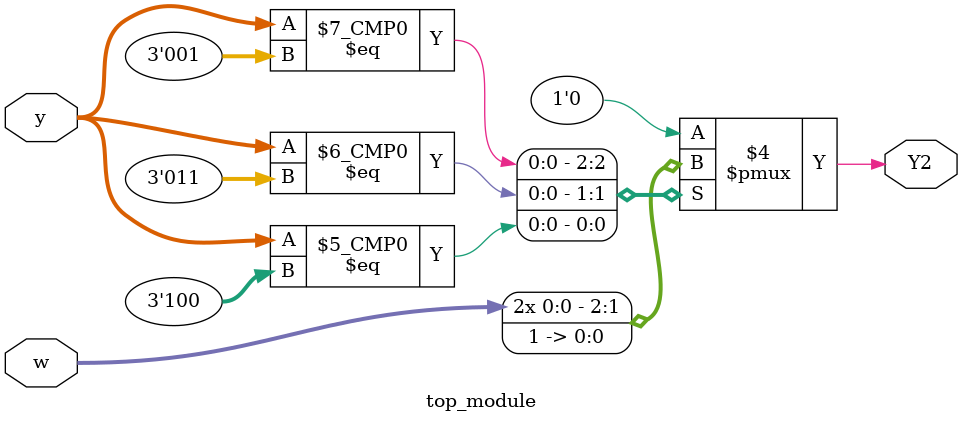
<source format=sv>
module top_module(
    input [3:1] y,
    input w,
    output reg Y2);

    always @(*) begin
        case (y)
            3'b000: Y2 = 1'b0; // State A: y = 000
            3'b001: Y2 = w;    // State B: y = 001
            3'b010: Y2 = 1'b0; // State C: y = 010
            3'b011: Y2 = w;    // State D: y = 011
            3'b100: Y2 = 1'b1; // State E: y = 100
            3'b101: Y2 = 1'b0; // State F: y = 101
            default: Y2 = 1'b0; // Default case to handle any invalid state
        endcase
    end
endmodule

</source>
